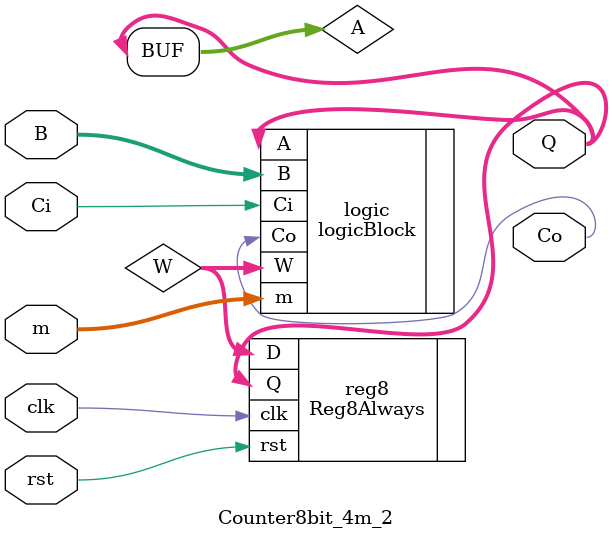
<source format=v>
module Counter8bit_4m_2 (input clk, input rst, input [7:0] B, input [1:0] m, input Ci, output [7:0] Q, output Co);
    wire [7:0] A;
    wire [7:0] W;
    wire [7:0] Qb;
    assign A = Q;
    logicBlock logic (.A(A), .B(B), .m(m), .Ci(Ci), .W(W), .Co(Co));
    Reg8Always reg8 (.D(W), .clk(clk), .rst(rst), .Q(Q));
endmodule

</source>
